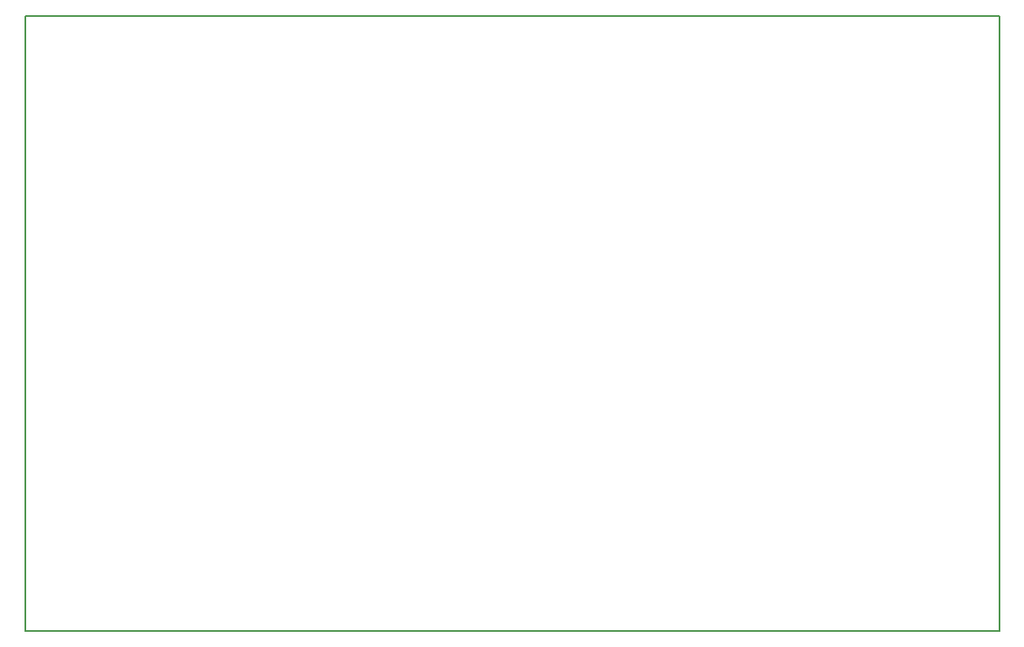
<source format=gbr>
G04 PROTEUS GERBER X2 FILE*
%TF.GenerationSoftware,Labcenter,Proteus,8.17-SP2-Build37159*%
%TF.CreationDate,2024-05-15T18:34:46+00:00*%
%TF.FileFunction,Legend,Bot*%
%TF.FilePolarity,Positive*%
%TF.Part,Single*%
%TF.SameCoordinates,{2fb43601-861e-418b-a464-66e3711116c9}*%
%FSLAX45Y45*%
%MOMM*%
G01*
%TA.AperFunction,Profile*%
%ADD25C,0.150000*%
%TD.AperFunction*%
D25*
X-4465000Y-3152750D02*
X+5305000Y-3152750D01*
X+5305000Y+3017250D01*
X-4465000Y+3017250D01*
X-4465000Y-3152750D01*
M02*

</source>
